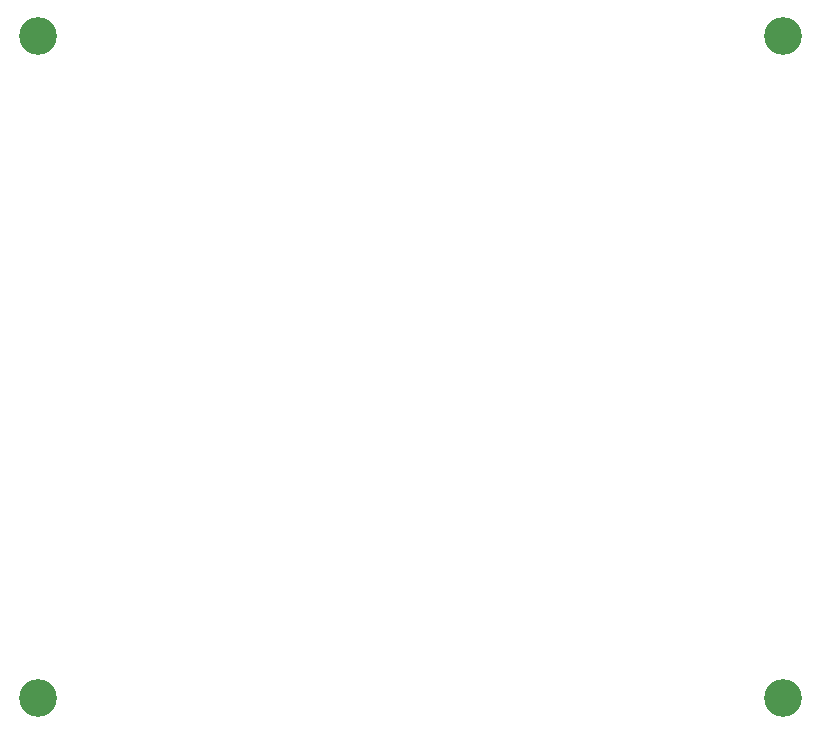
<source format=gbr>
%TF.GenerationSoftware,KiCad,Pcbnew,9.0.2*%
%TF.CreationDate,2025-08-02T19:20:44+02:00*%
%TF.ProjectId,Smart Exhaust Control,536d6172-7420-4457-9868-617573742043,rev?*%
%TF.SameCoordinates,Original*%
%TF.FileFunction,NonPlated,1,2,NPTH,Drill*%
%TF.FilePolarity,Positive*%
%FSLAX46Y46*%
G04 Gerber Fmt 4.6, Leading zero omitted, Abs format (unit mm)*
G04 Created by KiCad (PCBNEW 9.0.2) date 2025-08-02 19:20:44*
%MOMM*%
%LPD*%
G01*
G04 APERTURE LIST*
%TA.AperFunction,ComponentDrill*%
%ADD10C,3.200000*%
%TD*%
G04 APERTURE END LIST*
D10*
%TO.C,H2*%
X78000000Y-35000000D03*
%TO.C,H4*%
X78000000Y-91000000D03*
%TO.C,H1*%
X141000000Y-35000000D03*
%TO.C,H3*%
X141000000Y-91000000D03*
M02*

</source>
